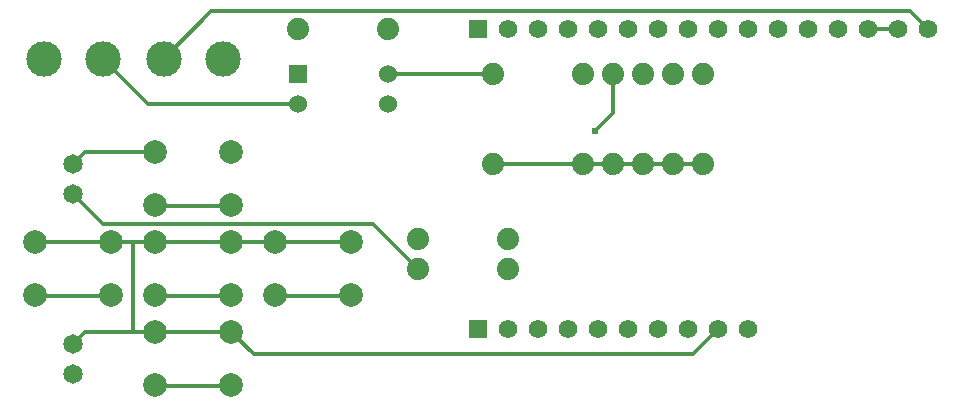
<source format=gtl>
G04 Layer: TopLayer*
G04 EasyEDA v6.2.41, 2019-09-03T13:48:55+02:00*
G04 4dfbed0a4eda46c7a6514823fcc72b66,879760294d1340eaa32df08d3cb52a74,10*
G04 Gerber Generator version 0.2*
G04 Scale: 100 percent, Rotated: No, Reflected: No *
G04 Dimensions in inches *
G04 leading zeros omitted , absolute positions ,2 integer and 4 decimal *
%FSLAX24Y24*%
%MOIN*%
G90*
G70D02*

%ADD11C,0.012000*%
%ADD12C,0.024000*%
%ADD13R,0.060000X0.060000*%
%ADD14C,0.060000*%
%ADD15C,0.074000*%
%ADD16C,0.118110*%
%ADD17C,0.078740*%
%ADD18C,0.065000*%
%ADD19R,0.062000X0.062000*%
%ADD20C,0.062000*%

%LPD*%
G54D11*
G01X7280Y713D02*
G01X4721Y713D01*
G01X20000Y11100D02*
G01X20000Y9800D01*
G01X19397Y9198D01*
G01X4000Y5486D02*
G01X3280Y5486D01*
G01X4721Y5486D02*
G01X4000Y5486D01*
G01X4000Y2486D02*
G01X4000Y5486D01*
G01X4000Y2486D02*
G01X4721Y2486D01*
G01X2000Y2100D02*
G01X2386Y2486D01*
G01X4000Y2486D01*
G01X4721Y8486D02*
G01X2386Y8486D01*
G01X2000Y8100D01*
G01X4721Y2486D02*
G01X7280Y2486D01*
G01X721Y5486D02*
G01X3280Y5486D01*
G01X7280Y5486D02*
G01X4721Y5486D01*
G01X8721Y5486D02*
G01X7280Y5486D01*
G01X11280Y5486D02*
G01X8721Y5486D01*
G01X23500Y2600D02*
G01X22650Y1750D01*
G01X8015Y1750D01*
G01X7280Y2486D01*
G01X29500Y12600D02*
G01X28500Y12600D01*
G01X16000Y11100D02*
G01X12500Y11100D01*
G01X7280Y6713D02*
G01X4721Y6713D01*
G01X3280Y3713D02*
G01X721Y3713D01*
G01X7280Y3713D02*
G01X4721Y3713D01*
G01X11280Y3713D02*
G01X8721Y3713D01*
G01X30500Y12600D02*
G01X29913Y13186D01*
G01X6602Y13186D01*
G01X5015Y11600D01*
G01X2000Y7100D02*
G01X3000Y6100D01*
G01X12000Y6100D01*
G01X13500Y4600D01*
G01X2984Y11600D02*
G01X4484Y10100D01*
G01X9500Y10100D01*
G01X19000Y8100D02*
G01X16000Y8100D01*
G01X20000Y8100D02*
G01X19000Y8100D01*
G01X21000Y8100D02*
G01X20000Y8100D01*
G01X22000Y8100D02*
G01X21000Y8100D01*
G01X23000Y8100D02*
G01X22000Y8100D01*
G54D13*
G01X9500Y11100D03*
G54D14*
G01X9500Y10100D03*
G01X12500Y10100D03*
G01X12500Y11100D03*
G54D15*
G01X9500Y12600D03*
G01X12500Y12600D03*
G54D16*
G01X2984Y11600D03*
G01X1015Y11600D03*
G54D15*
G01X16000Y11100D03*
G01X16000Y8100D03*
G54D17*
G01X4720Y6714D03*
G01X7279Y6714D03*
G01X7279Y8485D03*
G01X4720Y8485D03*
G01X4720Y714D03*
G01X7279Y714D03*
G01X7279Y2485D03*
G01X4720Y2485D03*
G01X720Y3714D03*
G01X3279Y3714D03*
G01X3279Y5485D03*
G01X720Y5485D03*
G01X4720Y3714D03*
G01X7279Y3714D03*
G01X7279Y5485D03*
G01X4720Y5485D03*
G01X8720Y3714D03*
G01X11279Y3714D03*
G01X11279Y5485D03*
G01X8720Y5485D03*
G54D15*
G01X19000Y11100D03*
G01X19000Y8100D03*
G01X20000Y11100D03*
G01X20000Y8100D03*
G01X21000Y11100D03*
G01X21000Y8100D03*
G01X22000Y11100D03*
G01X22000Y8100D03*
G01X23000Y11100D03*
G01X23000Y8100D03*
G01X13500Y4600D03*
G01X16500Y4600D03*
G01X13500Y5600D03*
G01X16500Y5600D03*
G54D18*
G01X2000Y7100D03*
G01X2000Y8100D03*
G01X2000Y1100D03*
G01X2000Y2100D03*
G54D16*
G01X6984Y11600D03*
G01X5015Y11600D03*
G54D19*
G01X15500Y12600D03*
G54D20*
G01X16500Y12600D03*
G01X17500Y12600D03*
G01X18500Y12600D03*
G01X19500Y12600D03*
G01X20500Y12600D03*
G01X21500Y12600D03*
G01X22500Y12600D03*
G01X23500Y12600D03*
G01X24500Y12600D03*
G01X25500Y12600D03*
G01X26500Y12600D03*
G01X27500Y12600D03*
G01X28500Y12600D03*
G01X29500Y12600D03*
G01X30500Y12600D03*
G01X24500Y2600D03*
G01X23500Y2600D03*
G01X22500Y2600D03*
G01X21500Y2600D03*
G01X20500Y2600D03*
G01X19500Y2600D03*
G01X18500Y2600D03*
G01X17500Y2600D03*
G01X16500Y2600D03*
G54D19*
G01X15500Y2600D03*
G54D12*
G01X19397Y9198D03*
M00*
M02*

</source>
